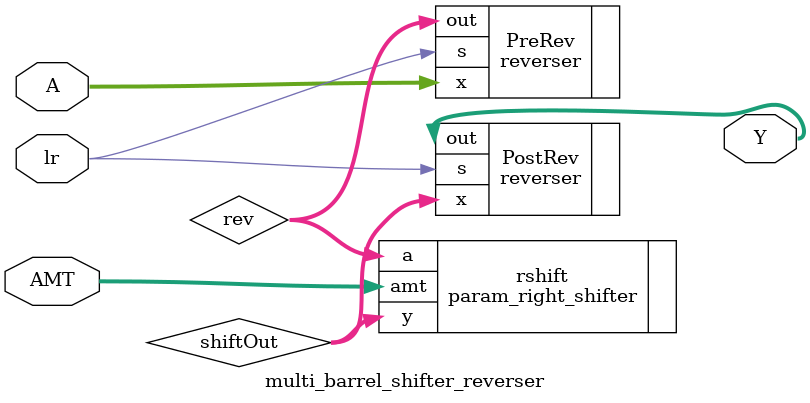
<source format=sv>
`timescale 1ns / 1ps


module multi_barrel_shifter_reverser
    #(parameter N = 3)(
    input logic [2**N - 1:0] A,
    input logic [N - 1:0] AMT,
    input logic lr,
    output logic [2**N - 1:0] Y
    );
    
    logic [2**N - 1: 0] rev, shiftOut;
    
    reverser #(.N(N)) PreRev (
        .x(A),
        .s(lr),
        .out(rev)
    );
    
    param_right_shifter #(.N(N)) rshift (
        .a(rev),
        .amt(AMT),
        .y(shiftOut)
    );
    
    reverser #(.N(N)) PostRev (
        .x(shiftOut),
        .s(lr),
        .out(Y)
    );
endmodule

</source>
